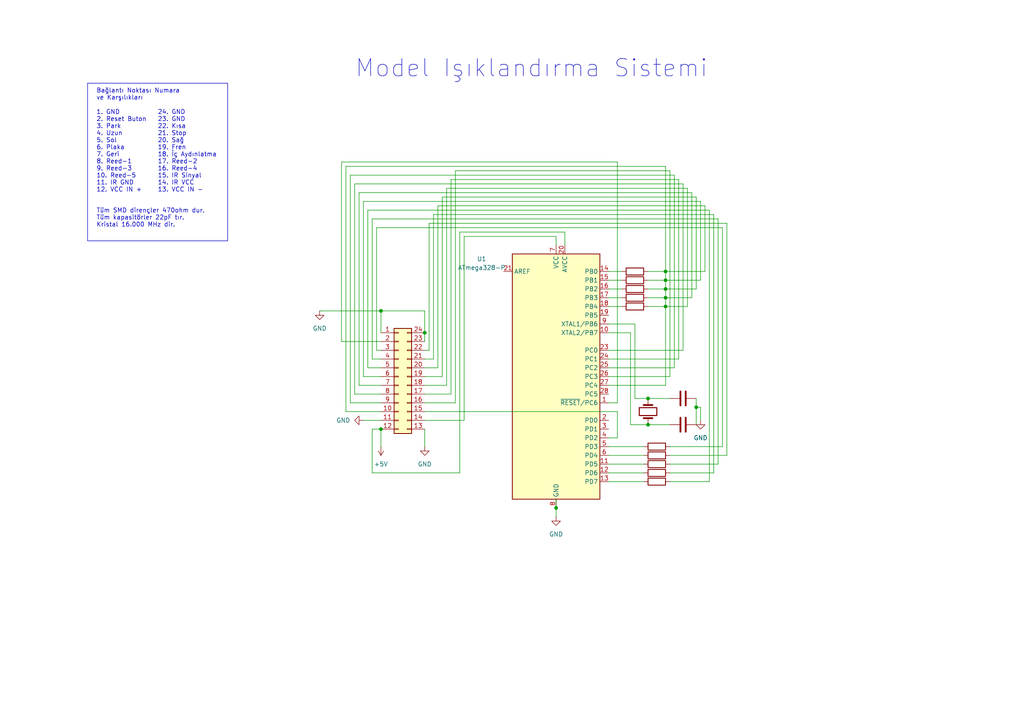
<source format=kicad_sch>
(kicad_sch (version 20230121) (generator eeschema)
  (paper "A4")
  (lib_symbols
    (symbol "Connector_Generic:Conn_02x12_Counter_Clockwise" (pin_names (offset 1.016) hide)
      (property "Reference" "J" (at 1.27 15.24 0))
      (property "Value" "Conn_02x12_Counter_Clockwise" (at 1.27 -17.78 0))
      (symbol "Conn_02x12_Counter_Clockwise_1_1"
        (rectangle (start -1.27 -15.113) (end 0 -15.367) (stroke (width 0.1524)))
        (rectangle (start -1.27 -12.573) (end 0 -12.827) (stroke (width 0.1524)))
        (rectangle (start -1.27 -10.033) (end 0 -10.287) (stroke (width 0.1524)))
        (rectangle (start -1.27 -7.493) (end 0 -7.747) (stroke (width 0.1524)))
        (rectangle (start -1.27 -4.953) (end 0 -5.207) (stroke (width 0.1524)))
        (rectangle (start -1.27 -2.413) (end 0 -2.667) (stroke (width 0.1524)))
        (rectangle (start -1.27 0.127) (end 0 -0.127) (stroke (width 0.1524)))
        (rectangle (start -1.27 2.667) (end 0 2.413) (stroke (width 0.1524)))
        (rectangle (start -1.27 5.207) (end 0 4.953) (stroke (width 0.1524)))
        (rectangle (start -1.27 7.747) (end 0 7.493) (stroke (width 0.1524)))
        (rectangle (start -1.27 10.287) (end 0 10.033) (stroke (width 0.1524)))
        (rectangle (start -1.27 12.827) (end 0 12.573) (stroke (width 0.1524)))
        (rectangle (start -1.27 13.97) (end 3.81 -16.51) (stroke (width 0.254)) (fill (type background)))
        (rectangle (start 3.81 -15.113) (end 2.54 -15.367) (stroke (width 0.1524)))
        (rectangle (start 3.81 -12.573) (end 2.54 -12.827) (stroke (width 0.1524)))
        (rectangle (start 3.81 -10.033) (end 2.54 -10.287) (stroke (width 0.1524)))
        (rectangle (start 3.81 -7.493) (end 2.54 -7.747) (stroke (width 0.1524)))
        (rectangle (start 3.81 -4.953) (end 2.54 -5.207) (stroke (width 0.1524)))
        (rectangle (start 3.81 -2.413) (end 2.54 -2.667) (stroke (width 0.1524)))
        (rectangle (start 3.81 0.127) (end 2.54 -0.127) (stroke (width 0.1524)))
        (rectangle (start 3.81 2.667) (end 2.54 2.413) (stroke (width 0.1524)))
        (rectangle (start 3.81 5.207) (end 2.54 4.953) (stroke (width 0.1524)))
        (rectangle (start 3.81 7.747) (end 2.54 7.493) (stroke (width 0.1524)))
        (rectangle (start 3.81 10.287) (end 2.54 10.033) (stroke (width 0.1524)))
        (rectangle (start 3.81 12.827) (end 2.54 12.573) (stroke (width 0.1524)))
        (pin passive line (at -5.08 12.7 0) (length 3.81) (name "Pin_1") (number "1"))
        (pin passive line (at -5.08 -10.16 0) (length 3.81) (name "Pin_10") (number "10"))
        (pin passive line (at -5.08 -12.7 0) (length 3.81) (name "Pin_11") (number "11"))
        (pin passive line (at -5.08 -15.24 0) (length 3.81) (name "Pin_12") (number "12"))
        (pin passive line (at 7.62 -15.24 180) (length 3.81) (name "Pin_13") (number "13"))
        (pin passive line (at 7.62 -12.7 180) (length 3.81) (name "Pin_14") (number "14"))
        (pin passive line (at 7.62 -10.16 180) (length 3.81) (name "Pin_15") (number "15"))
        (pin passive line (at 7.62 -7.62 180) (length 3.81) (name "Pin_16") (number "16"))
        (pin passive line (at 7.62 -5.08 180) (length 3.81) (name "Pin_17") (number "17"))
        (pin passive line (at 7.62 -2.54 180) (length 3.81) (name "Pin_18") (number "18"))
        (pin passive line (at 7.62 0 180) (length 3.81) (name "Pin_19") (number "19"))
        (pin passive line (at -5.08 10.16 0) (length 3.81) (name "Pin_2") (number "2"))
        (pin passive line (at 7.62 2.54 180) (length 3.81) (name "Pin_20") (number "20"))
        (pin passive line (at 7.62 5.08 180) (length 3.81) (name "Pin_21") (number "21"))
        (pin passive line (at 7.62 7.62 180) (length 3.81) (name "Pin_22") (number "22"))
        (pin passive line (at 7.62 10.16 180) (length 3.81) (name "Pin_23") (number "23"))
        (pin passive line (at 7.62 12.7 180) (length 3.81) (name "Pin_24") (number "24"))
        (pin passive line (at -5.08 7.62 0) (length 3.81) (name "Pin_3") (number "3"))
        (pin passive line (at -5.08 5.08 0) (length 3.81) (name "Pin_4") (number "4"))
        (pin passive line (at -5.08 2.54 0) (length 3.81) (name "Pin_5") (number "5"))
        (pin passive line (at -5.08 0 0) (length 3.81) (name "Pin_6") (number "6"))
        (pin passive line (at -5.08 -2.54 0) (length 3.81) (name "Pin_7") (number "7"))
        (pin passive line (at -5.08 -5.08 0) (length 3.81) (name "Pin_8") (number "8"))
        (pin passive line (at -5.08 -7.62 0) (length 3.81) (name "Pin_9") (number "9"))
      )
    )
    (symbol "Device:C" (pin_numbers hide) (pin_names (offset 0.254))
      (property "Reference" "C" (at 0.635 2.54 0))
      (property "Value" "C" (at 0.635 -2.54 0))
      (symbol "C_0_1"
        (polyline (pts (xy -2.032 -0.762) (xy 2.032 -0.762)) (stroke (width 0.508)))
        (polyline (pts (xy -2.032 0.762) (xy 2.032 0.762)) (stroke (width 0.508)))
      )
      (symbol "C_1_1"
        (pin passive line (at 0 3.81 270) (length 2.794) (name "~") (number "1"))
        (pin passive line (at 0 -3.81 90) (length 2.794) (name "~") (number "2"))
      )
    )
    (symbol "Device:Crystal" (pin_numbers hide) (pin_names (offset 1.016) hide)
      (property "Reference" "Y" (at 0 3.81 0))
      (property "Value" "Crystal" (at 0 -3.81 0))
      (symbol "Crystal_0_1"
        (rectangle (start -1.143 2.54) (end 1.143 -2.54) (stroke (width 0.3048)))
        (polyline (pts (xy -2.54 0) (xy -1.905 0)))
        (polyline (pts (xy -1.905 -1.27) (xy -1.905 1.27)) (stroke (width 0.508)))
        (polyline (pts (xy 1.905 -1.27) (xy 1.905 1.27)) (stroke (width 0.508)))
        (polyline (pts (xy 2.54 0) (xy 1.905 0)))
      )
      (symbol "Crystal_1_1"
        (pin passive line (at -3.81 0 0) (length 1.27) (name "1") (number "1"))
        (pin passive line (at 3.81 0 180) (length 1.27) (name "2") (number "2"))
      )
    )
    (symbol "Device:R" (pin_numbers hide) (pin_names (offset 0))
      (property "Reference" "R" (at 2.032 0 90))
      (property "Value" "R" (at 0 0 90))
      (symbol "R_0_1"
        (rectangle (start -1.016 -2.54) (end 1.016 2.54) (stroke (width 0.254)))
      )
      (symbol "R_1_1"
        (pin passive line (at 0 3.81 270) (length 1.27) (name "~") (number "1"))
        (pin passive line (at 0 -3.81 90) (length 1.27) (name "~") (number "2"))
      )
    )
    (symbol "MCU_Microchip_ATmega:ATmega328-P"
      (property "Reference" "U" (at -12.7 36.83 0))
      (property "Value" "ATmega328-P" (at 2.54 -36.83 0))
      (symbol "ATmega328-P_0_1"
        (rectangle (start -12.7 -35.56) (end 12.7 35.56) (stroke (width 0.254)) (fill (type background)))
      )
      (symbol "ATmega328-P_1_1"
        (pin bidirectional line (at 15.24 -7.62 180) (length 2.54) (name "~{RESET}/PC6") (number "1"))
        (pin bidirectional line (at 15.24 12.7 180) (length 2.54) (name "XTAL2/PB7") (number "10"))
        (pin bidirectional line (at 15.24 -25.4 180) (length 2.54) (name "PD5") (number "11"))
        (pin bidirectional line (at 15.24 -27.94 180) (length 2.54) (name "PD6") (number "12"))
        (pin bidirectional line (at 15.24 -30.48 180) (length 2.54) (name "PD7") (number "13"))
        (pin bidirectional line (at 15.24 30.48 180) (length 2.54) (name "PB0") (number "14"))
        (pin bidirectional line (at 15.24 27.94 180) (length 2.54) (name "PB1") (number "15"))
        (pin bidirectional line (at 15.24 25.4 180) (length 2.54) (name "PB2") (number "16"))
        (pin bidirectional line (at 15.24 22.86 180) (length 2.54) (name "PB3") (number "17"))
        (pin bidirectional line (at 15.24 20.32 180) (length 2.54) (name "PB4") (number "18"))
        (pin bidirectional line (at 15.24 17.78 180) (length 2.54) (name "PB5") (number "19"))
        (pin bidirectional line (at 15.24 -12.7 180) (length 2.54) (name "PD0") (number "2"))
        (pin power_in line (at 2.54 38.1 270) (length 2.54) (name "AVCC") (number "20"))
        (pin passive line (at -15.24 30.48 0) (length 2.54) (name "AREF") (number "21"))
        (pin passive line (at 0 -38.1 90) (length 2.54) hide (name "GND") (number "22"))
        (pin bidirectional line (at 15.24 7.62 180) (length 2.54) (name "PC0") (number "23"))
        (pin bidirectional line (at 15.24 5.08 180) (length 2.54) (name "PC1") (number "24"))
        (pin bidirectional line (at 15.24 2.54 180) (length 2.54) (name "PC2") (number "25"))
        (pin bidirectional line (at 15.24 0 180) (length 2.54) (name "PC3") (number "26"))
        (pin bidirectional line (at 15.24 -2.54 180) (length 2.54) (name "PC4") (number "27"))
        (pin bidirectional line (at 15.24 -5.08 180) (length 2.54) (name "PC5") (number "28"))
        (pin bidirectional line (at 15.24 -15.24 180) (length 2.54) (name "PD1") (number "3"))
        (pin bidirectional line (at 15.24 -17.78 180) (length 2.54) (name "PD2") (number "4"))
        (pin bidirectional line (at 15.24 -20.32 180) (length 2.54) (name "PD3") (number "5"))
        (pin bidirectional line (at 15.24 -22.86 180) (length 2.54) (name "PD4") (number "6"))
        (pin power_in line (at 0 38.1 270) (length 2.54) (name "VCC") (number "7"))
        (pin power_in line (at 0 -38.1 90) (length 2.54) (name "GND") (number "8"))
        (pin bidirectional line (at 15.24 15.24 180) (length 2.54) (name "XTAL1/PB6") (number "9"))
      )
    )
    (symbol "power:+5V" (power) (pin_names (offset 0))
      (property "Value" "+5V" (at 0 3.556 0))
      (symbol "+5V_0_1"
        (polyline (pts (xy -0.762 1.27) (xy 0 2.54)))
        (polyline (pts (xy 0 0) (xy 0 2.54)))
        (polyline (pts (xy 0 2.54) (xy 0.762 1.27)))
      )
      (symbol "+5V_1_1"
        (pin power_in line (at 0 0 90) (length 0) hide (name "+5V") (number "1"))
      )
    )
    (symbol "power:GND" (power) (pin_names (offset 0))
      (property "Value" "GND" (at 0 -3.81 0))
      (symbol "GND_0_1"
        (polyline (pts (xy 0 0) (xy 0 -1.27) (xy 1.27 -1.27) (xy 0 -2.54) (xy -1.27 -1.27) (xy 0 -1.27)))
      )
      (symbol "GND_1_1"
        (pin power_in line (at 0 0 270) (length 0) hide (name "GND") (number "1"))
      )
    )
  )
  (junction (at 187.96 115.57))
  (junction (at 193.04 86.36))
  (junction (at 193.04 81.28))
  (junction (at 187.96 123.19))
  (junction (at 193.04 88.9))
  (junction (at 110.49 90.17))
  (junction (at 193.04 83.82))
  (junction (at 110.49 124.46))
  (junction (at 193.04 78.74))
  (junction (at 161.29 147.32))
  (junction (at 123.19 96.52))
  (junction (at 201.93 118.11))
  (wire (pts (xy 104.14 111.76) (xy 110.49 111.76)))
  (wire (pts (xy 187.96 86.36) (xy 193.04 86.36)))
  (wire (pts (xy 161.29 144.78) (xy 161.29 147.32)))
  (wire (pts (xy 200.66 86.36) (xy 200.66 55.88)))
  (wire (pts (xy 176.53 137.16) (xy 186.69 137.16)))
  (wire (pts (xy 123.19 124.46) (xy 123.19 129.54)))
  (wire (pts (xy 109.22 66.04) (xy 109.22 101.6)))
  (wire (pts (xy 161.29 68.58) (xy 161.29 71.12)))
  (wire (pts (xy 110.49 90.17) (xy 110.49 96.52)))
  (wire (pts (xy 176.53 139.7) (xy 186.69 139.7)))
  (wire (pts (xy 130.81 52.07) (xy 130.81 114.3)))
  (wire (pts (xy 194.31 129.54) (xy 209.55 129.54)))
  (wire (pts (xy 132.08 116.84) (xy 123.19 116.84)))
  (wire (pts (xy 176.53 86.36) (xy 180.34 86.36)))
  (wire (pts (xy 123.19 96.52) (xy 123.19 90.17)))
  (wire (pts (xy 205.74 60.96) (xy 106.68 60.96)))
  (wire (pts (xy 200.66 55.88) (xy 104.14 55.88)))
  (wire (pts (xy 106.68 60.96) (xy 106.68 106.68)))
  (wire (pts (xy 195.58 106.68) (xy 195.58 50.8)))
  (wire (pts (xy 179.07 46.99) (xy 179.07 116.84)))
  (wire (pts (xy 163.83 71.12) (xy 163.83 67.31)))
  (wire (pts (xy 198.12 101.6) (xy 198.12 53.34)))
  (wire (pts (xy 193.04 81.28) (xy 203.2 81.28)))
  (wire (pts (xy 194.31 109.22) (xy 194.31 49.53)))
  (wire (pts (xy 105.41 58.42) (xy 105.41 109.22)))
  (wire (pts (xy 184.15 115.57) (xy 187.96 115.57)))
  (wire (pts (xy 204.47 78.74) (xy 204.47 59.69)))
  (wire (pts (xy 187.96 88.9) (xy 193.04 88.9)))
  (wire (pts (xy 133.35 67.31) (xy 133.35 137.16)))
  (wire (pts (xy 193.04 88.9) (xy 193.04 86.36)))
  (wire (pts (xy 208.28 134.62) (xy 208.28 63.5)))
  (wire (pts (xy 184.15 93.98) (xy 184.15 115.57)))
  (wire (pts (xy 187.96 81.28) (xy 193.04 81.28)))
  (wire (pts (xy 127 59.69) (xy 127 106.68)))
  (wire (pts (xy 99.06 99.06) (xy 99.06 46.99)))
  (wire (pts (xy 201.93 118.11) (xy 203.2 118.11)))
  (wire (pts (xy 195.58 50.8) (xy 101.6 50.8)))
  (wire (pts (xy 125.73 62.23) (xy 125.73 104.14)))
  (wire (pts (xy 176.53 134.62) (xy 186.69 134.62)))
  (wire (pts (xy 209.55 129.54) (xy 209.55 66.04)))
  (wire (pts (xy 176.53 83.82) (xy 180.34 83.82)))
  (wire (pts (xy 194.31 132.08) (xy 210.82 132.08)))
  (wire (pts (xy 100.33 48.26) (xy 100.33 119.38)))
  (wire (pts (xy 196.85 52.07) (xy 130.81 52.07)))
  (wire (pts (xy 123.19 119.38) (xy 179.07 119.38)))
  (wire (pts (xy 123.19 114.3) (xy 130.81 114.3)))
  (wire (pts (xy 106.68 106.68) (xy 110.49 106.68)))
  (wire (pts (xy 203.2 121.92) (xy 203.2 118.11)))
  (wire (pts (xy 187.96 123.19) (xy 194.31 123.19)))
  (wire (pts (xy 128.27 109.22) (xy 123.19 109.22)))
  (wire (pts (xy 209.55 66.04) (xy 109.22 66.04)))
  (wire (pts (xy 109.22 101.6) (xy 110.49 101.6)))
  (wire (pts (xy 102.87 53.34) (xy 102.87 114.3)))
  (wire (pts (xy 176.53 106.68) (xy 195.58 106.68)))
  (wire (pts (xy 207.01 62.23) (xy 125.73 62.23)))
  (wire (pts (xy 182.88 123.19) (xy 187.96 123.19)))
  (wire (pts (xy 107.95 63.5) (xy 107.95 104.14)))
  (wire (pts (xy 102.87 114.3) (xy 110.49 114.3)))
  (wire (pts (xy 193.04 111.76) (xy 193.04 88.9)))
  (wire (pts (xy 193.04 86.36) (xy 200.66 86.36)))
  (wire (pts (xy 123.19 121.92) (xy 134.62 121.92)))
  (wire (pts (xy 110.49 99.06) (xy 99.06 99.06)))
  (wire (pts (xy 176.53 109.22) (xy 194.31 109.22)))
  (wire (pts (xy 104.14 55.88) (xy 104.14 111.76)))
  (wire (pts (xy 196.85 104.14) (xy 196.85 52.07)))
  (wire (pts (xy 176.53 129.54) (xy 186.69 129.54)))
  (wire (pts (xy 110.49 124.46) (xy 110.49 129.54)))
  (wire (pts (xy 201.93 57.15) (xy 128.27 57.15)))
  (wire (pts (xy 208.28 63.5) (xy 107.95 63.5)))
  (wire (pts (xy 133.35 137.16) (xy 107.95 137.16)))
  (wire (pts (xy 163.83 67.31) (xy 133.35 67.31)))
  (wire (pts (xy 176.53 93.98) (xy 184.15 93.98)))
  (wire (pts (xy 187.96 83.82) (xy 193.04 83.82)))
  (wire (pts (xy 201.93 83.82) (xy 201.93 57.15)))
  (wire (pts (xy 101.6 50.8) (xy 101.6 116.84)))
  (wire (pts (xy 176.53 101.6) (xy 198.12 101.6)))
  (wire (pts (xy 99.06 46.99) (xy 179.07 46.99)))
  (wire (pts (xy 193.04 81.28) (xy 193.04 78.74)))
  (wire (pts (xy 194.31 137.16) (xy 207.01 137.16)))
  (wire (pts (xy 107.95 124.46) (xy 110.49 124.46)))
  (wire (pts (xy 124.46 101.6) (xy 123.19 101.6)))
  (wire (pts (xy 187.96 115.57) (xy 194.31 115.57)))
  (wire (pts (xy 134.62 68.58) (xy 134.62 121.92)))
  (wire (pts (xy 123.19 96.52) (xy 123.19 99.06)))
  (wire (pts (xy 199.39 88.9) (xy 199.39 54.61)))
  (wire (pts (xy 203.2 81.28) (xy 203.2 58.42)))
  (wire (pts (xy 201.93 115.57) (xy 201.93 118.11)))
  (wire (pts (xy 100.33 119.38) (xy 110.49 119.38)))
  (wire (pts (xy 193.04 78.74) (xy 204.47 78.74)))
  (wire (pts (xy 203.2 58.42) (xy 105.41 58.42)))
  (wire (pts (xy 129.54 54.61) (xy 129.54 111.76)))
  (wire (pts (xy 101.6 116.84) (xy 110.49 116.84)))
  (wire (pts (xy 125.73 104.14) (xy 123.19 104.14)))
  (wire (pts (xy 204.47 59.69) (xy 127 59.69)))
  (wire (pts (xy 132.08 49.53) (xy 132.08 116.84)))
  (wire (pts (xy 107.95 124.46) (xy 107.95 137.16)))
  (wire (pts (xy 182.88 96.52) (xy 182.88 123.19)))
  (wire (pts (xy 193.04 78.74) (xy 193.04 48.26)))
  (wire (pts (xy 123.19 111.76) (xy 129.54 111.76)))
  (wire (pts (xy 105.41 121.92) (xy 110.49 121.92)))
  (wire (pts (xy 176.53 88.9) (xy 180.34 88.9)))
  (wire (pts (xy 105.41 109.22) (xy 110.49 109.22)))
  (wire (pts (xy 124.46 64.77) (xy 124.46 101.6)))
  (wire (pts (xy 100.33 48.26) (xy 193.04 48.26)))
  (wire (pts (xy 179.07 116.84) (xy 176.53 116.84)))
  (wire (pts (xy 176.53 96.52) (xy 182.88 96.52)))
  (wire (pts (xy 193.04 88.9) (xy 199.39 88.9)))
  (wire (pts (xy 194.31 134.62) (xy 208.28 134.62)))
  (wire (pts (xy 210.82 132.08) (xy 210.82 64.77)))
  (wire (pts (xy 194.31 139.7) (xy 205.74 139.7)))
  (wire (pts (xy 176.53 132.08) (xy 186.69 132.08)))
  (wire (pts (xy 207.01 137.16) (xy 207.01 62.23)))
  (wire (pts (xy 161.29 68.58) (xy 134.62 68.58)))
  (wire (pts (xy 193.04 83.82) (xy 201.93 83.82)))
  (wire (pts (xy 176.53 111.76) (xy 193.04 111.76)))
  (wire (pts (xy 193.04 86.36) (xy 193.04 83.82)))
  (wire (pts (xy 161.29 147.32) (xy 161.29 149.86)))
  (wire (pts (xy 198.12 53.34) (xy 102.87 53.34)))
  (wire (pts (xy 107.95 104.14) (xy 110.49 104.14)))
  (wire (pts (xy 179.07 127) (xy 179.07 119.38)))
  (wire (pts (xy 194.31 49.53) (xy 132.08 49.53)))
  (wire (pts (xy 187.96 78.74) (xy 193.04 78.74)))
  (wire (pts (xy 176.53 127) (xy 179.07 127)))
  (wire (pts (xy 201.93 118.11) (xy 201.93 123.19)))
  (wire (pts (xy 127 106.68) (xy 123.19 106.68)))
  (wire (pts (xy 193.04 83.82) (xy 193.04 81.28)))
  (wire (pts (xy 176.53 81.28) (xy 180.34 81.28)))
  (wire (pts (xy 92.71 90.17) (xy 110.49 90.17)))
  (wire (pts (xy 199.39 54.61) (xy 129.54 54.61)))
  (wire (pts (xy 205.74 139.7) (xy 205.74 60.96)))
  (wire (pts (xy 176.53 78.74) (xy 180.34 78.74)))
  (wire (pts (xy 128.27 57.15) (xy 128.27 109.22)))
  (wire (pts (xy 176.53 104.14) (xy 196.85 104.14)))
  (wire (pts (xy 210.82 64.77) (xy 124.46 64.77)))
  (wire (pts (xy 110.49 90.17) (xy 123.19 90.17)))
  (rectangle (start 25.4 24.13) (end 66.04 69.85))
  (text "Bağlantı Noktası Numara\nve Karşılıkları" (at 27.94 29.21 0) (effects (font (size 1.27 1.27)) (justify left bottom)))
  (text "24. GND\n23. GND\n22. Kısa\n21. Stop\n20. Sağ\n19. Fren\n18. İç Aydınlatma\n17. Reed-2\n16. Reed-4\n15. IR Sinyal\n14. IR VCC\n13. VCC IN -" (at 45.72 55.88 0) (effects (font (size 1.27 1.27)) (justify left bottom)))
  (text "Model Işıklandırma Sistemi" (at 102.87 22.86 0) (effects (font (size 5 5)) (justify left bottom)))
  (text "Tüm SMD dirençler 470ohm dur.\nTüm kapasitörler 22pF tır.\nKristal 16.000 MHz dir." (at 27.94 66.04 0) (effects (font (size 1.27 1.27)) (justify left bottom)))
  (text "1. GND\n2. Reset Buton\n3. Park\n4. Uzun\n5. Sol\n6. Plaka\n7. Geri\n8. Reed-1\n9. Reed-3\n10. Reed-5\n11. IR GND\n12. VCC IN +" (at 27.94 55.88 0) (effects (font (size 1.27 1.27)) (justify left bottom)))
  (symbol (lib_id "MCU_Microchip_ATmega:ATmega328-P") (at 161.29 109.22 0) (unit 1)
    (property "Reference" "U1" (at 139.7 75.0921 0))
    (property "Value" "ATmega328-P" (at 139.7 77.6321 0))
    (property "Footprint" "Package_DIP:DIP-28_W7.62mm" (effects hide))
    (property "Datasheet" "http://ww1.microchip.com/downloads/en/DeviceDoc/ATmega328_P%20AVR%20MCU%20with%20picoPower%20Technology%20Data%20Sheet%2040001984A.pdf" (effects hide))
  )
  (symbol (lib_id "Device:R") (at 190.5 139.7 90) (unit 1)
    (property "Reference" "R5" (effects hide))
    (property "Value" "R" (effects hide))
    (property "Footprint" "Resistor_SMD:R_2512_6332Metric_Pad1.40x3.35mm_HandSolder" (effects hide))
  )
  (symbol (lib_id "power:GND") (at 161.29 149.86 0) (unit 1)
    (property "Reference" "#PWR05" (effects hide))
    (property "Value" "GND" (at 161.29 154.94 0))
  )
  (symbol (lib_id "Device:R") (at 190.5 132.08 90) (unit 1)
    (property "Reference" "R2" (effects hide))
    (property "Value" "R" (effects hide))
    (property "Footprint" "Resistor_SMD:R_2512_6332Metric_Pad1.40x3.35mm_HandSolder" (effects hide))
  )
  (symbol (lib_id "power:GND") (at 123.19 129.54 0) (unit 1)
    (property "Reference" "#PWR04" (effects hide))
    (property "Value" "GND" (at 123.19 134.62 0))
  )
  (symbol (lib_id "power:GND") (at 203.2 121.92 0) (unit 1)
    (property "Reference" "#PWR06" (effects hide))
    (property "Value" "GND" (at 203.2 127 0))
  )
  (symbol (lib_id "Device:Crystal") (at 187.96 119.38 90) (unit 1)
    (property "Reference" "Y1" (effects hide))
    (property "Value" "Crystal" (effects hide))
    (property "Footprint" "Crystal:Crystal_HC49-U_Vertical" (effects hide))
  )
  (symbol (lib_id "Device:R") (at 184.15 86.36 90) (unit 1)
    (property "Reference" "R7" (effects hide))
    (property "Value" "R" (effects hide))
    (property "Footprint" "Resistor_SMD:R_2512_6332Metric_Pad1.40x3.35mm_HandSolder" (effects hide))
  )
  (symbol (lib_id "Device:R") (at 184.15 83.82 90) (unit 1)
    (property "Reference" "R8" (effects hide))
    (property "Value" "R" (effects hide))
    (property "Footprint" "Resistor_SMD:R_2512_6332Metric_Pad1.40x3.35mm_HandSolder" (effects hide))
  )
  (symbol (lib_id "Device:R") (at 190.5 134.62 90) (unit 1)
    (property "Reference" "R3" (effects hide))
    (property "Value" "R" (effects hide))
    (property "Footprint" "Resistor_SMD:R_2512_6332Metric_Pad1.40x3.35mm_HandSolder" (effects hide))
  )
  (symbol (lib_id "Device:C") (at 198.12 123.19 90) (unit 1)
    (property "Reference" "C1" (effects hide))
    (property "Value" "C" (effects hide))
    (property "Footprint" "Capacitor_THT:C_Disc_D8.0mm_W5.0mm_P5.00mm" (effects hide))
  )
  (symbol (lib_id "Device:R") (at 184.15 78.74 90) (unit 1)
    (property "Reference" "R10" (effects hide))
    (property "Value" "R" (effects hide))
    (property "Footprint" "Resistor_SMD:R_2512_6332Metric_Pad1.40x3.35mm_HandSolder" (effects hide))
  )
  (symbol (lib_id "power:GND") (at 92.71 90.17 0) (unit 1)
    (property "Reference" "#PWR01" (effects hide))
    (property "Value" "GND" (at 92.71 95.25 0))
  )
  (symbol (lib_id "Device:R") (at 184.15 88.9 90) (unit 1)
    (property "Reference" "R6" (effects hide))
    (property "Value" "R" (effects hide))
    (property "Footprint" "Resistor_SMD:R_2512_6332Metric_Pad1.40x3.35mm_HandSolder" (effects hide))
  )
  (symbol (lib_id "power:GND") (at 105.41 121.92 270) (unit 1)
    (property "Reference" "#PWR03" (effects hide))
    (property "Value" "GND" (at 101.6 121.92 90) (effects (justify right)))
  )
  (symbol (lib_id "Device:C") (at 198.12 115.57 90) (unit 1)
    (property "Reference" "C2" (effects hide))
    (property "Value" "C" (effects hide))
    (property "Footprint" "Capacitor_THT:C_Disc_D8.0mm_W5.0mm_P5.00mm" (effects hide))
  )
  (symbol (lib_id "Device:R") (at 190.5 137.16 90) (unit 1)
    (property "Reference" "R4" (effects hide))
    (property "Value" "R" (effects hide))
    (property "Footprint" "Resistor_SMD:R_2512_6332Metric_Pad1.40x3.35mm_HandSolder" (effects hide))
  )
  (symbol (lib_id "Connector_Generic:Conn_02x12_Counter_Clockwise") (at 115.57 109.22 0) (unit 1)
    (property "Reference" "J3" (effects hide))
    (property "Value" "Conn_02x12_Counter_Clockwise" (effects hide))
    (property "Footprint" "Connector_IDC:IDC-Header_2x12_P2.54mm_Vertical" (effects hide))
  )
  (symbol (lib_id "Device:R") (at 184.15 81.28 90) (unit 1)
    (property "Reference" "R9" (effects hide))
    (property "Value" "R" (effects hide))
    (property "Footprint" "Resistor_SMD:R_2512_6332Metric_Pad1.40x3.35mm_HandSolder" (effects hide))
  )
  (symbol (lib_id "Device:R") (at 190.5 129.54 90) (unit 1)
    (property "Reference" "R1" (effects hide))
    (property "Value" "R" (effects hide))
    (property "Footprint" "Resistor_SMD:R_2512_6332Metric_Pad1.40x3.35mm_HandSolder" (effects hide))
  )
  (symbol (lib_id "power:+5V") (at 110.49 129.54 180) (unit 1)
    (property "Reference" "#PWR02" (effects hide))
    (property "Value" "+5V" (at 110.49 134.62 0))
  )
)
</source>
